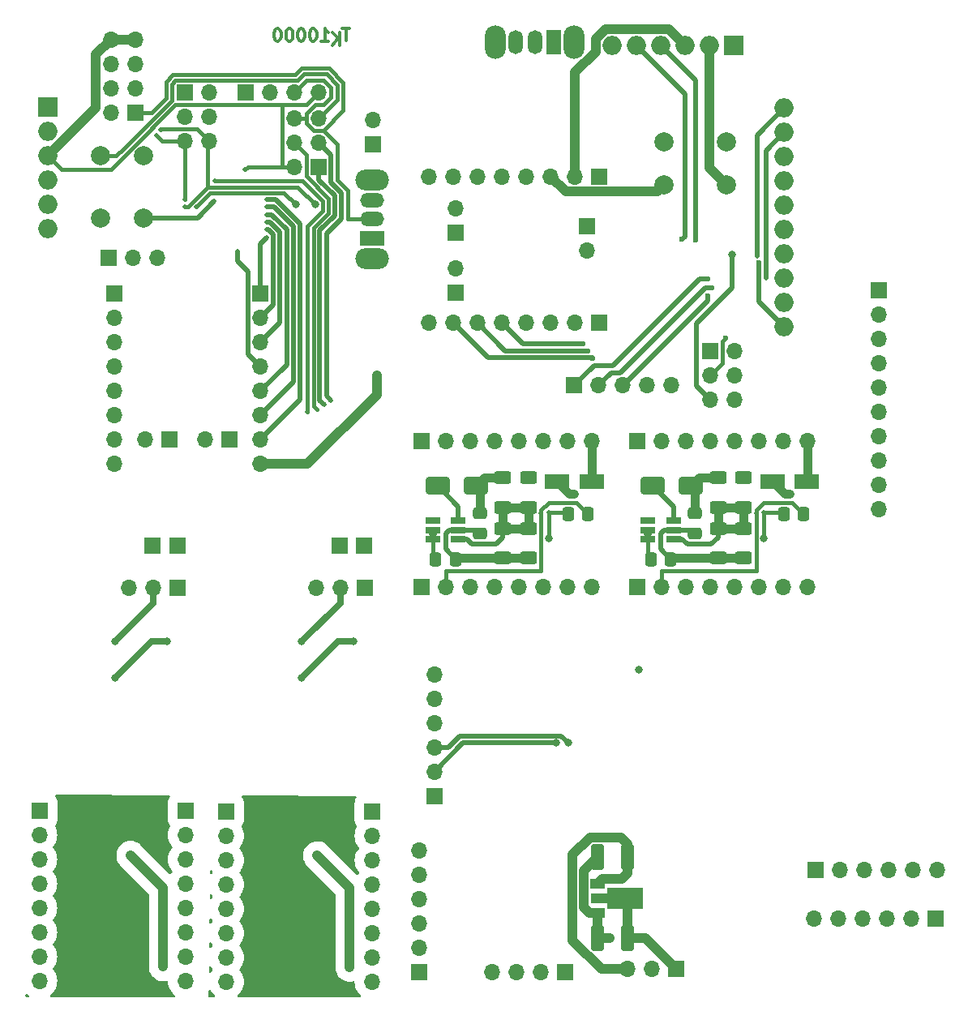
<source format=gbr>
%TF.GenerationSoftware,KiCad,Pcbnew,7.0.8*%
%TF.CreationDate,2024-03-05T23:25:32+02:00*%
%TF.ProjectId,JLC4_RoboChalangeBoards,4a4c4334-5f52-46f6-926f-4368616c616e,rev?*%
%TF.SameCoordinates,Original*%
%TF.FileFunction,Copper,L2,Bot*%
%TF.FilePolarity,Positive*%
%FSLAX46Y46*%
G04 Gerber Fmt 4.6, Leading zero omitted, Abs format (unit mm)*
G04 Created by KiCad (PCBNEW 7.0.8) date 2024-03-05 23:25:32*
%MOMM*%
%LPD*%
G01*
G04 APERTURE LIST*
G04 Aperture macros list*
%AMRoundRect*
0 Rectangle with rounded corners*
0 $1 Rounding radius*
0 $2 $3 $4 $5 $6 $7 $8 $9 X,Y pos of 4 corners*
0 Add a 4 corners polygon primitive as box body*
4,1,4,$2,$3,$4,$5,$6,$7,$8,$9,$2,$3,0*
0 Add four circle primitives for the rounded corners*
1,1,$1+$1,$2,$3*
1,1,$1+$1,$4,$5*
1,1,$1+$1,$6,$7*
1,1,$1+$1,$8,$9*
0 Add four rect primitives between the rounded corners*
20,1,$1+$1,$2,$3,$4,$5,0*
20,1,$1+$1,$4,$5,$6,$7,0*
20,1,$1+$1,$6,$7,$8,$9,0*
20,1,$1+$1,$8,$9,$2,$3,0*%
G04 Aperture macros list end*
%ADD10C,0.325000*%
%TA.AperFunction,NonConductor*%
%ADD11C,0.325000*%
%TD*%
%TA.AperFunction,ComponentPad*%
%ADD12R,1.700000X1.700000*%
%TD*%
%TA.AperFunction,ComponentPad*%
%ADD13O,1.700000X1.700000*%
%TD*%
%TA.AperFunction,ComponentPad*%
%ADD14C,2.000000*%
%TD*%
%TA.AperFunction,ComponentPad*%
%ADD15O,3.500000X2.200000*%
%TD*%
%TA.AperFunction,ComponentPad*%
%ADD16R,2.500000X1.500000*%
%TD*%
%TA.AperFunction,ComponentPad*%
%ADD17O,2.500000X1.500000*%
%TD*%
%TA.AperFunction,ComponentPad*%
%ADD18R,2.000000X2.000000*%
%TD*%
%TA.AperFunction,ComponentPad*%
%ADD19O,2.000000X2.000000*%
%TD*%
%TA.AperFunction,ComponentPad*%
%ADD20O,2.200000X3.500000*%
%TD*%
%TA.AperFunction,ComponentPad*%
%ADD21R,1.500000X2.500000*%
%TD*%
%TA.AperFunction,ComponentPad*%
%ADD22O,1.500000X2.500000*%
%TD*%
%TA.AperFunction,SMDPad,CuDef*%
%ADD23RoundRect,0.250000X-0.337500X-0.475000X0.337500X-0.475000X0.337500X0.475000X-0.337500X0.475000X0*%
%TD*%
%TA.AperFunction,SMDPad,CuDef*%
%ADD24RoundRect,0.250000X-0.625000X0.400000X-0.625000X-0.400000X0.625000X-0.400000X0.625000X0.400000X0*%
%TD*%
%TA.AperFunction,SMDPad,CuDef*%
%ADD25RoundRect,0.250000X-0.475000X0.337500X-0.475000X-0.337500X0.475000X-0.337500X0.475000X0.337500X0*%
%TD*%
%TA.AperFunction,SMDPad,CuDef*%
%ADD26RoundRect,0.250000X0.625000X-0.400000X0.625000X0.400000X-0.625000X0.400000X-0.625000X-0.400000X0*%
%TD*%
%TA.AperFunction,SMDPad,CuDef*%
%ADD27RoundRect,0.250000X-1.050000X-0.550000X1.050000X-0.550000X1.050000X0.550000X-1.050000X0.550000X0*%
%TD*%
%TA.AperFunction,SMDPad,CuDef*%
%ADD28R,1.560000X0.650000*%
%TD*%
%TA.AperFunction,SMDPad,CuDef*%
%ADD29RoundRect,0.250000X1.000000X0.650000X-1.000000X0.650000X-1.000000X-0.650000X1.000000X-0.650000X0*%
%TD*%
%TA.AperFunction,SMDPad,CuDef*%
%ADD30RoundRect,0.250000X0.412500X1.100000X-0.412500X1.100000X-0.412500X-1.100000X0.412500X-1.100000X0*%
%TD*%
%TA.AperFunction,SMDPad,CuDef*%
%ADD31R,1.500000X1.000000*%
%TD*%
%TA.AperFunction,SMDPad,CuDef*%
%ADD32R,1.800000X1.000000*%
%TD*%
%TA.AperFunction,SMDPad,CuDef*%
%ADD33R,3.700000X2.200000*%
%TD*%
%TA.AperFunction,ViaPad*%
%ADD34C,0.800000*%
%TD*%
%TA.AperFunction,ViaPad*%
%ADD35C,0.600000*%
%TD*%
%TA.AperFunction,ViaPad*%
%ADD36C,0.500000*%
%TD*%
%TA.AperFunction,ViaPad*%
%ADD37C,1.000000*%
%TD*%
%TA.AperFunction,Conductor*%
%ADD38C,0.500000*%
%TD*%
%TA.AperFunction,Conductor*%
%ADD39C,0.400000*%
%TD*%
%TA.AperFunction,Conductor*%
%ADD40C,0.900000*%
%TD*%
%TA.AperFunction,Conductor*%
%ADD41C,1.000000*%
%TD*%
%TA.AperFunction,Conductor*%
%ADD42C,0.700000*%
%TD*%
G04 APERTURE END LIST*
D10*
D11*
X73540178Y-50224504D02*
X72797321Y-50224504D01*
X73168749Y-51524504D02*
X73168749Y-50224504D01*
D10*
D11*
X72519226Y-52014504D02*
X72519226Y-50714504D01*
X71776369Y-52014504D02*
X72333511Y-51271647D01*
X71776369Y-50714504D02*
X72519226Y-51457361D01*
D10*
D11*
X70603510Y-51604504D02*
X71346367Y-51604504D01*
X70974939Y-51604504D02*
X70974939Y-50304504D01*
X70974939Y-50304504D02*
X71098748Y-50490219D01*
X71098748Y-50490219D02*
X71222558Y-50614028D01*
X71222558Y-50614028D02*
X71346367Y-50675933D01*
X69798749Y-50304504D02*
X69674939Y-50304504D01*
X69674939Y-50304504D02*
X69551130Y-50366409D01*
X69551130Y-50366409D02*
X69489225Y-50428314D01*
X69489225Y-50428314D02*
X69427320Y-50552123D01*
X69427320Y-50552123D02*
X69365415Y-50799742D01*
X69365415Y-50799742D02*
X69365415Y-51109266D01*
X69365415Y-51109266D02*
X69427320Y-51356885D01*
X69427320Y-51356885D02*
X69489225Y-51480695D01*
X69489225Y-51480695D02*
X69551130Y-51542600D01*
X69551130Y-51542600D02*
X69674939Y-51604504D01*
X69674939Y-51604504D02*
X69798749Y-51604504D01*
X69798749Y-51604504D02*
X69922558Y-51542600D01*
X69922558Y-51542600D02*
X69984463Y-51480695D01*
X69984463Y-51480695D02*
X70046368Y-51356885D01*
X70046368Y-51356885D02*
X70108272Y-51109266D01*
X70108272Y-51109266D02*
X70108272Y-50799742D01*
X70108272Y-50799742D02*
X70046368Y-50552123D01*
X70046368Y-50552123D02*
X69984463Y-50428314D01*
X69984463Y-50428314D02*
X69922558Y-50366409D01*
X69922558Y-50366409D02*
X69798749Y-50304504D01*
X68560654Y-50304504D02*
X68436844Y-50304504D01*
X68436844Y-50304504D02*
X68313035Y-50366409D01*
X68313035Y-50366409D02*
X68251130Y-50428314D01*
X68251130Y-50428314D02*
X68189225Y-50552123D01*
X68189225Y-50552123D02*
X68127320Y-50799742D01*
X68127320Y-50799742D02*
X68127320Y-51109266D01*
X68127320Y-51109266D02*
X68189225Y-51356885D01*
X68189225Y-51356885D02*
X68251130Y-51480695D01*
X68251130Y-51480695D02*
X68313035Y-51542600D01*
X68313035Y-51542600D02*
X68436844Y-51604504D01*
X68436844Y-51604504D02*
X68560654Y-51604504D01*
X68560654Y-51604504D02*
X68684463Y-51542600D01*
X68684463Y-51542600D02*
X68746368Y-51480695D01*
X68746368Y-51480695D02*
X68808273Y-51356885D01*
X68808273Y-51356885D02*
X68870177Y-51109266D01*
X68870177Y-51109266D02*
X68870177Y-50799742D01*
X68870177Y-50799742D02*
X68808273Y-50552123D01*
X68808273Y-50552123D02*
X68746368Y-50428314D01*
X68746368Y-50428314D02*
X68684463Y-50366409D01*
X68684463Y-50366409D02*
X68560654Y-50304504D01*
X67322559Y-50304504D02*
X67198749Y-50304504D01*
X67198749Y-50304504D02*
X67074940Y-50366409D01*
X67074940Y-50366409D02*
X67013035Y-50428314D01*
X67013035Y-50428314D02*
X66951130Y-50552123D01*
X66951130Y-50552123D02*
X66889225Y-50799742D01*
X66889225Y-50799742D02*
X66889225Y-51109266D01*
X66889225Y-51109266D02*
X66951130Y-51356885D01*
X66951130Y-51356885D02*
X67013035Y-51480695D01*
X67013035Y-51480695D02*
X67074940Y-51542600D01*
X67074940Y-51542600D02*
X67198749Y-51604504D01*
X67198749Y-51604504D02*
X67322559Y-51604504D01*
X67322559Y-51604504D02*
X67446368Y-51542600D01*
X67446368Y-51542600D02*
X67508273Y-51480695D01*
X67508273Y-51480695D02*
X67570178Y-51356885D01*
X67570178Y-51356885D02*
X67632082Y-51109266D01*
X67632082Y-51109266D02*
X67632082Y-50799742D01*
X67632082Y-50799742D02*
X67570178Y-50552123D01*
X67570178Y-50552123D02*
X67508273Y-50428314D01*
X67508273Y-50428314D02*
X67446368Y-50366409D01*
X67446368Y-50366409D02*
X67322559Y-50304504D01*
X66084464Y-50304504D02*
X65960654Y-50304504D01*
X65960654Y-50304504D02*
X65836845Y-50366409D01*
X65836845Y-50366409D02*
X65774940Y-50428314D01*
X65774940Y-50428314D02*
X65713035Y-50552123D01*
X65713035Y-50552123D02*
X65651130Y-50799742D01*
X65651130Y-50799742D02*
X65651130Y-51109266D01*
X65651130Y-51109266D02*
X65713035Y-51356885D01*
X65713035Y-51356885D02*
X65774940Y-51480695D01*
X65774940Y-51480695D02*
X65836845Y-51542600D01*
X65836845Y-51542600D02*
X65960654Y-51604504D01*
X65960654Y-51604504D02*
X66084464Y-51604504D01*
X66084464Y-51604504D02*
X66208273Y-51542600D01*
X66208273Y-51542600D02*
X66270178Y-51480695D01*
X66270178Y-51480695D02*
X66332083Y-51356885D01*
X66332083Y-51356885D02*
X66393987Y-51109266D01*
X66393987Y-51109266D02*
X66393987Y-50799742D01*
X66393987Y-50799742D02*
X66332083Y-50552123D01*
X66332083Y-50552123D02*
X66270178Y-50428314D01*
X66270178Y-50428314D02*
X66208273Y-50366409D01*
X66208273Y-50366409D02*
X66084464Y-50304504D01*
D12*
%TO.P,J3,1,Pin_1*%
%TO.N,N/C*%
X107660000Y-148495000D03*
D13*
%TO.P,J3,2,Pin_2*%
X105120000Y-148495000D03*
%TO.P,J3,3,Pin_3*%
X102580000Y-148495000D03*
%TD*%
D14*
%TO.P,SW2,1,1*%
%TO.N,N/C*%
X52010000Y-63590000D03*
X52010000Y-70090000D03*
%TO.P,SW2,2,2*%
X47510000Y-63590000D03*
X47510000Y-70090000D03*
%TD*%
D12*
%TO.P,J7,1,Pin_1*%
%TO.N,N/C*%
X84660000Y-77865000D03*
D13*
%TO.P,J7,2,Pin_2*%
X84660000Y-75325000D03*
%TD*%
D12*
%TO.P,J9,1,Pin_1*%
%TO.N,N/C*%
X99635000Y-81040000D03*
D13*
%TO.P,J9,2,Pin_2*%
X97095000Y-81040000D03*
%TO.P,J9,3,Pin_3*%
X94555000Y-81040000D03*
%TO.P,J9,4*%
X92015000Y-81040000D03*
%TO.P,J9,5*%
X89475000Y-81040000D03*
%TO.P,J9,6*%
X86935000Y-81040000D03*
%TO.P,J9,7*%
X84395000Y-81040000D03*
%TO.P,J9,8*%
X81855000Y-81040000D03*
%TD*%
D12*
%TO.P,J1,1,Pin_1*%
%TO.N,N/C*%
X98335000Y-70940000D03*
D13*
%TO.P,J1,2,Pin_2*%
X98335000Y-73480000D03*
%TD*%
D12*
%TO.P,J8,1,Pin_1*%
%TO.N,N/C*%
X48350000Y-74260000D03*
D13*
%TO.P,J8,2,Pin_2*%
X50890000Y-74260000D03*
%TO.P,J8,3,Pin_3*%
X53430000Y-74260000D03*
%TD*%
D12*
%TO.P,J2,1,Pin_1*%
%TO.N,N/C*%
X97017200Y-87522800D03*
D13*
%TO.P,J2,2,Pin_2*%
X99557200Y-87522800D03*
%TO.P,J2,3,Pin_3*%
X102097200Y-87522800D03*
%TO.P,J2,4,Pin_4*%
X104637200Y-87522800D03*
%TO.P,J2,5,Pin_5*%
X107177200Y-87522800D03*
%TD*%
D12*
%TO.P,J7,1,Pin_1*%
%TO.N,N/C*%
X60966186Y-93190228D03*
D13*
%TO.P,J7,2,Pin_2*%
X58426186Y-93190228D03*
%TD*%
D12*
%TO.P,SW1,1,A*%
%TO.N,N/C*%
X75118000Y-108685000D03*
D13*
%TO.P,SW1,2,B*%
X72578000Y-108685000D03*
%TO.P,SW1,3,C*%
X70038000Y-108685000D03*
%TD*%
D12*
%TO.P,J3,1,Pin_1*%
%TO.N,N/C*%
X53000000Y-104280000D03*
%TD*%
%TO.P,J20,1,Pin_1*%
%TO.N,N/C*%
X48948586Y-77952500D03*
D13*
%TO.P,J20,2,Pin_2*%
X48948586Y-80492500D03*
%TO.P,J20,3*%
X48948586Y-83032500D03*
%TO.P,J20,4*%
X48948586Y-85572500D03*
%TO.P,J20,5*%
X48948586Y-88112500D03*
%TO.P,J20,6*%
X48948586Y-90652500D03*
%TO.P,J20,7*%
X48948586Y-93192500D03*
%TO.P,J20,8*%
X48948586Y-95732500D03*
%TD*%
D12*
%TO.P,J2,1,Pin_1*%
%TO.N,N/C*%
X70320000Y-64730000D03*
D13*
%TO.P,J2,2,Pin_2*%
X67780000Y-64730000D03*
%TO.P,J2,3,Pin_3*%
X70320000Y-62190000D03*
%TO.P,J2,4,Pin_4*%
X67780000Y-62190000D03*
%TO.P,J2,5,Pin_5*%
X70320000Y-59650000D03*
%TO.P,J2,6,Pin_6*%
X67780000Y-59650000D03*
%TD*%
D12*
%TO.P,J2,1,Pin_1*%
%TO.N,N/C*%
X75098000Y-104265000D03*
%TD*%
D15*
%TO.P,SW1,*%
%TO.N,*%
X75890000Y-74290000D03*
X75890000Y-66090000D03*
D16*
%TO.P,SW1,1,A*%
%TO.N,N/C*%
X75890000Y-72190000D03*
D17*
%TO.P,SW1,2,B*%
X75890000Y-70190000D03*
%TO.P,SW1,3,C*%
X75890000Y-68190000D03*
%TD*%
D12*
%TO.P,SW1,1,A*%
%TO.N,N/C*%
X55620000Y-108700000D03*
D13*
%TO.P,SW1,2,B*%
X53080000Y-108700000D03*
%TO.P,SW1,3,C*%
X50540000Y-108700000D03*
%TD*%
D12*
%TO.P,J3,1,Pin_1*%
%TO.N,N/C*%
X111245000Y-83960000D03*
D13*
%TO.P,J3,2,Pin_2*%
X113785000Y-83960000D03*
%TO.P,J3,3,Pin_3*%
X111245000Y-86500000D03*
%TO.P,J3,4,Pin_4*%
X113785000Y-86500000D03*
%TO.P,J3,5,Pin_5*%
X111245000Y-89040000D03*
%TO.P,J3,6,Pin_6*%
X113785000Y-89040000D03*
%TD*%
D12*
%TO.P,J6,1,Pin_1*%
%TO.N,N/C*%
X84660000Y-71615000D03*
D13*
%TO.P,J6,2,Pin_2*%
X84660000Y-69075000D03*
%TD*%
D12*
%TO.P,J10,1,Pin_1*%
%TO.N,N/C*%
X62695126Y-56974874D03*
D13*
%TO.P,J10,2,Pin_2*%
X65235126Y-56974874D03*
%TO.P,J10,3,Pin_3*%
X67775126Y-56974874D03*
%TO.P,J10,4,Pin_4*%
X70315126Y-56974874D03*
%TD*%
D12*
%TO.P,J4,1,Pin_1*%
%TO.N,N/C*%
X80840000Y-148785000D03*
D13*
%TO.P,J4,2,Pin_2*%
X80840000Y-146245000D03*
%TO.P,J4,3,Pin_3*%
X80840000Y-143705000D03*
%TO.P,J4,4,Pin_4*%
X80840000Y-141165000D03*
%TO.P,J4,5,Pin_5*%
X80840000Y-138625000D03*
%TO.P,J4,6,Pin_6*%
X80840000Y-136085000D03*
%TD*%
D12*
%TO.P,J21,1,Pin_1*%
%TO.N,N/C*%
X64213586Y-77967500D03*
D13*
%TO.P,J21,2,Pin_2*%
X64213586Y-80507500D03*
%TO.P,J21,3,Pin_3*%
X64213586Y-83047500D03*
%TO.P,J21,4*%
X64213586Y-85587500D03*
%TO.P,J21,5*%
X64213586Y-88127500D03*
%TO.P,J21,6*%
X64213586Y-90667500D03*
%TO.P,J21,7*%
X64213586Y-93207500D03*
%TO.P,J21,8*%
X64213586Y-95747500D03*
%TD*%
D18*
%TO.P,J5,1,Pin_1*%
%TO.N,N/C*%
X42040000Y-58460000D03*
D19*
%TO.P,J5,2,Pin_2*%
X42040000Y-61000000D03*
%TO.P,J5,3,Pin_3*%
X42040000Y-63540000D03*
%TO.P,J5,4,Pin_4*%
X42040000Y-66080000D03*
%TO.P,J5,5,Pin_5*%
X42040000Y-68620000D03*
%TO.P,J5,6,Pin_6*%
X42040000Y-71160000D03*
%TD*%
D12*
%TO.P,REF\u002A\u002A,1*%
%TO.N,N/C*%
X82432500Y-130425000D03*
D13*
%TO.P,REF\u002A\u002A,2*%
X82432500Y-127885000D03*
%TO.P,REF\u002A\u002A,3*%
X82432500Y-125345000D03*
%TO.P,REF\u002A\u002A,4*%
X82432500Y-122805000D03*
%TO.P,REF\u002A\u002A,5*%
X82432500Y-120265000D03*
%TO.P,REF\u002A\u002A,6*%
X82432500Y-117725000D03*
%TD*%
D12*
%TO.P,J2,1,Pin_1*%
%TO.N,N/C*%
X55600000Y-104280000D03*
%TD*%
D20*
%TO.P,SW2,*%
%TO.N,*%
X96985000Y-51740000D03*
X88785000Y-51740000D03*
D21*
%TO.P,SW2,1,A*%
%TO.N,N/C*%
X94885000Y-51740000D03*
D22*
%TO.P,SW2,2,B*%
X92885000Y-51740000D03*
%TO.P,SW2,3,C*%
X90885000Y-51740000D03*
%TD*%
D12*
%TO.P,J2,1,Pin_1*%
%TO.N,N/C*%
X96030000Y-148815000D03*
D13*
%TO.P,J2,2,Pin_2*%
X93490000Y-148815000D03*
%TO.P,J2,3,Pin_3*%
X90950000Y-148815000D03*
%TO.P,J2,4,Pin_4*%
X88410000Y-148815000D03*
%TD*%
D19*
%TO.P,J5,1,Pin_1*%
%TO.N,N/C*%
X118935000Y-58590000D03*
%TO.P,J5,2,Pin_2*%
X118935000Y-61130000D03*
%TO.P,J5,3,Pin_3*%
X118935000Y-63670000D03*
%TO.P,J5,4,Pin_4*%
X118935000Y-66210000D03*
%TO.P,J5,5,Pin_5*%
X118935000Y-68750000D03*
%TO.P,J5,6,Pin_6*%
X118935000Y-71290000D03*
%TO.P,J5,7,Pin_7*%
X118935000Y-73830000D03*
%TO.P,J5,8,Pin_8*%
X118935000Y-76370000D03*
%TO.P,J5,9,Pin_9*%
X118935000Y-78910000D03*
%TO.P,J5,10,Pin_10*%
X118935000Y-81450000D03*
%TD*%
D12*
%TO.P,J3,1,Pin_1*%
%TO.N,N/C*%
X72498000Y-104265000D03*
%TD*%
%TO.P,J8,1,Pin_1*%
%TO.N,N/C*%
X99650000Y-65775000D03*
D13*
%TO.P,J8,2,Pin_2*%
X97110000Y-65775000D03*
%TO.P,J8,3*%
X94570000Y-65775000D03*
%TO.P,J8,4*%
X92030000Y-65775000D03*
%TO.P,J8,5*%
X89490000Y-65775000D03*
%TO.P,J8,6*%
X86950000Y-65775000D03*
%TO.P,J8,7*%
X84410000Y-65775000D03*
%TO.P,J8,8*%
X81870000Y-65775000D03*
%TD*%
D12*
%TO.P,J4,1,Pin_1*%
%TO.N,N/C*%
X56345126Y-56974874D03*
D13*
%TO.P,J4,2,Pin_2*%
X58885126Y-56974874D03*
%TO.P,J4,3,Pin_3*%
X56345126Y-59514874D03*
%TO.P,J4,4,Pin_4*%
X58885126Y-59514874D03*
%TO.P,J4,5,Pin_5*%
X56345126Y-62054874D03*
%TO.P,J4,6,Pin_6*%
X58885126Y-62054874D03*
%TD*%
D18*
%TO.P,J4,1,Pin_1*%
%TO.N,N/C*%
X113655000Y-52060000D03*
D19*
%TO.P,J4,2,Pin_2*%
X111115000Y-52060000D03*
%TO.P,J4,3,Pin_3*%
X108575000Y-52060000D03*
%TO.P,J4,4,Pin_4*%
X106035000Y-52060000D03*
%TO.P,J4,5,Pin_5*%
X103495000Y-52060000D03*
%TO.P,J4,6,Pin_6*%
X100955000Y-52060000D03*
%TD*%
D12*
%TO.P,J6,1,Pin_1*%
%TO.N,N/C*%
X54716186Y-93190228D03*
D13*
%TO.P,J6,2,Pin_2*%
X52176186Y-93190228D03*
%TD*%
D14*
%TO.P,SW1,1,1*%
%TO.N,N/C*%
X106387200Y-62122800D03*
X112887200Y-62122800D03*
%TO.P,SW1,2,2*%
X106387200Y-66622800D03*
X112887200Y-66622800D03*
%TD*%
D12*
%TO.P,J9,1,Pin_1*%
%TO.N,N/C*%
X51145000Y-59070000D03*
D13*
%TO.P,J9,2,Pin_2*%
X48605000Y-59070000D03*
%TO.P,J9,3,Pin_3*%
X51145000Y-56530000D03*
%TO.P,J9,4,Pin_4*%
X48605000Y-56530000D03*
%TO.P,J9,5,Pin_5*%
X51145000Y-53990000D03*
%TO.P,J9,6,Pin_6*%
X48605000Y-53990000D03*
%TO.P,J9,7,Pin_7*%
X51145000Y-51450000D03*
%TO.P,J9,8,Pin_8*%
X48605000Y-51450000D03*
%TD*%
D12*
%TO.P,J1,1,Pin_1*%
%TO.N,N/C*%
X76030000Y-62370000D03*
D13*
%TO.P,J1,2,Pin_2*%
X76030000Y-59830000D03*
%TD*%
D23*
%TO.P,C4,1*%
%TO.N,N/C*%
X96392500Y-100980000D03*
%TO.P,C4,2*%
X98467500Y-100980000D03*
%TD*%
D12*
%TO.P,J1,1,Pin_1*%
%TO.N,N/C*%
X41172400Y-131974000D03*
D13*
%TO.P,J1,2,Pin_2*%
X41172400Y-134514000D03*
%TO.P,J1,3,Pin_3*%
X41172400Y-137054000D03*
%TO.P,J1,4,Pin_4*%
X41172400Y-139594000D03*
%TO.P,J1,5,Pin_5*%
X41172400Y-142134000D03*
%TO.P,J1,6,Pin_6*%
X41172400Y-144674000D03*
%TO.P,J1,7,Pin_7*%
X41172400Y-147214000D03*
%TO.P,J1,8,Pin_8*%
X41172400Y-149754000D03*
%TD*%
D24*
%TO.P,R2,1*%
%TO.N,N/C*%
X112016000Y-102490000D03*
%TO.P,R2,2*%
X112016000Y-105590000D03*
%TD*%
D12*
%TO.P,J1,1,Pin_1*%
%TO.N,N/C*%
X60660000Y-132030000D03*
D13*
%TO.P,J1,2,Pin_2*%
X60660000Y-134570000D03*
%TO.P,J1,3,Pin_3*%
X60660000Y-137110000D03*
%TO.P,J1,4,Pin_4*%
X60660000Y-139650000D03*
%TO.P,J1,5,Pin_5*%
X60660000Y-142190000D03*
%TO.P,J1,6,Pin_6*%
X60660000Y-144730000D03*
%TO.P,J1,7,Pin_7*%
X60660000Y-147270000D03*
%TO.P,J1,8,Pin_8*%
X60660000Y-149810000D03*
%TD*%
D12*
%TO.P,J2,1,Pin_1*%
%TO.N,N/C*%
X103565000Y-93352600D03*
D13*
%TO.P,J2,2,Pin_2*%
X106105000Y-93352600D03*
%TO.P,J2,3,Pin_3*%
X108645000Y-93352600D03*
%TO.P,J2,4,Pin_4*%
X111185000Y-93352600D03*
%TO.P,J2,5,Pin_5*%
X113725000Y-93352600D03*
%TO.P,J2,6,Pin_6*%
X116265000Y-93352600D03*
%TO.P,J2,7,Pin_7*%
X118805000Y-93352600D03*
%TO.P,J2,8,Pin_8*%
X121345000Y-93352600D03*
%TD*%
D25*
%TO.P,C2,1*%
%TO.N,N/C*%
X87130000Y-100902500D03*
%TO.P,C2,2*%
X87130000Y-102977500D03*
%TD*%
D26*
%TO.P,R1,1*%
%TO.N,N/C*%
X112016000Y-100290000D03*
%TO.P,R1,2*%
X112016000Y-97190000D03*
%TD*%
D24*
%TO.P,R3,1*%
%TO.N,N/C*%
X114716000Y-102490000D03*
%TO.P,R3,2*%
X114716000Y-105590000D03*
%TD*%
D27*
%TO.P,C3,1*%
%TO.N,N/C*%
X117716000Y-97590000D03*
%TO.P,C3,2*%
X121316000Y-97590000D03*
%TD*%
D23*
%TO.P,C1,1*%
%TO.N,N/C*%
X105016100Y-105695200D03*
%TO.P,C1,2*%
X107091100Y-105695200D03*
%TD*%
D28*
%TO.P,U1,1,SW*%
%TO.N,N/C*%
X84917600Y-101697200D03*
%TO.P,U1,2,GND*%
X84917600Y-102647200D03*
%TO.P,U1,3,FB*%
X84917600Y-103597200D03*
%TO.P,U1,4,EN*%
X82217600Y-103597200D03*
%TO.P,U1,5,IN*%
X82217600Y-102647200D03*
%TO.P,U1,6,NC*%
X82217600Y-101697200D03*
%TD*%
D12*
%TO.P,J1,1,Pin_1*%
%TO.N,N/C*%
X122210000Y-138130000D03*
D13*
%TO.P,J1,2,Pin_2*%
X124750000Y-138130000D03*
%TO.P,J1,3,Pin_3*%
X127290000Y-138130000D03*
%TO.P,J1,4,Pin_4*%
X129830000Y-138130000D03*
%TO.P,J1,5,Pin_5*%
X132370000Y-138130000D03*
%TO.P,J1,6,Pin_6*%
X134910000Y-138130000D03*
%TD*%
D23*
%TO.P,C4,1*%
%TO.N,N/C*%
X118878500Y-100980000D03*
%TO.P,C4,2*%
X120953500Y-100980000D03*
%TD*%
D24*
%TO.P,R4,1*%
%TO.N,N/C*%
X92230000Y-97190000D03*
%TO.P,R4,2*%
X92230000Y-100290000D03*
%TD*%
D12*
%TO.P,J1,1,Pin_1*%
%TO.N,N/C*%
X103550000Y-108617600D03*
D13*
%TO.P,J1,2,Pin_2*%
X106090000Y-108617600D03*
%TO.P,J1,3,Pin_3*%
X108630000Y-108617600D03*
%TO.P,J1,4,Pin_4*%
X111170000Y-108617600D03*
%TO.P,J1,5,Pin_5*%
X113710000Y-108617600D03*
%TO.P,J1,6,Pin_6*%
X116250000Y-108617600D03*
%TO.P,J1,7,Pin_7*%
X118790000Y-108617600D03*
%TO.P,J1,8,Pin_8*%
X121330000Y-108617600D03*
%TD*%
D24*
%TO.P,R3,1*%
%TO.N,N/C*%
X92230000Y-102490000D03*
%TO.P,R3,2*%
X92230000Y-105590000D03*
%TD*%
D29*
%TO.P,D1,1,K*%
%TO.N,N/C*%
X109216000Y-98040000D03*
%TO.P,D1,2,A*%
X105216000Y-98040000D03*
%TD*%
D12*
%TO.P,J1,1,Pin_1*%
%TO.N,N/C*%
X134730000Y-143190000D03*
D13*
%TO.P,J1,2,Pin_2*%
X132190000Y-143190000D03*
%TO.P,J1,3,Pin_3*%
X129650000Y-143190000D03*
%TO.P,J1,4,Pin_4*%
X127110000Y-143190000D03*
%TO.P,J1,5,Pin_5*%
X124570000Y-143190000D03*
%TO.P,J1,6,Pin_6*%
X122030000Y-143190000D03*
%TD*%
D28*
%TO.P,U1,1,SW*%
%TO.N,N/C*%
X107403600Y-101697200D03*
%TO.P,U1,2,GND*%
X107403600Y-102647200D03*
%TO.P,U1,3,FB*%
X107403600Y-103597200D03*
%TO.P,U1,4,EN*%
X104703600Y-103597200D03*
%TO.P,U1,5,IN*%
X104703600Y-102647200D03*
%TO.P,U1,6,NC*%
X104703600Y-101697200D03*
%TD*%
D12*
%TO.P,J1,1,Pin_1*%
%TO.N,N/C*%
X81064000Y-108617600D03*
D13*
%TO.P,J1,2,Pin_2*%
X83604000Y-108617600D03*
%TO.P,J1,3,Pin_3*%
X86144000Y-108617600D03*
%TO.P,J1,4,Pin_4*%
X88684000Y-108617600D03*
%TO.P,J1,5,Pin_5*%
X91224000Y-108617600D03*
%TO.P,J1,6,Pin_6*%
X93764000Y-108617600D03*
%TO.P,J1,7,Pin_7*%
X96304000Y-108617600D03*
%TO.P,J1,8,Pin_8*%
X98844000Y-108617600D03*
%TD*%
D26*
%TO.P,R1,1*%
%TO.N,N/C*%
X89530000Y-100290000D03*
%TO.P,R1,2*%
X89530000Y-97190000D03*
%TD*%
D27*
%TO.P,C3,1*%
%TO.N,N/C*%
X95230000Y-97590000D03*
%TO.P,C3,2*%
X98830000Y-97590000D03*
%TD*%
D30*
%TO.P,C5,1*%
%TO.N,N/C*%
X102582500Y-145265000D03*
%TO.P,C5,2*%
X99457500Y-145265000D03*
%TD*%
D29*
%TO.P,D1,1,K*%
%TO.N,N/C*%
X86730000Y-98040000D03*
%TO.P,D1,2,A*%
X82730000Y-98040000D03*
%TD*%
D24*
%TO.P,R4,1*%
%TO.N,N/C*%
X114716000Y-97190000D03*
%TO.P,R4,2*%
X114716000Y-100290000D03*
%TD*%
D12*
%TO.P,J2,1,Pin_1*%
%TO.N,N/C*%
X56437400Y-131989000D03*
D13*
%TO.P,J2,2,Pin_2*%
X56437400Y-134529000D03*
%TO.P,J2,3,Pin_3*%
X56437400Y-137069000D03*
%TO.P,J2,4,Pin_4*%
X56437400Y-139609000D03*
%TO.P,J2,5,Pin_5*%
X56437400Y-142149000D03*
%TO.P,J2,6,Pin_6*%
X56437400Y-144689000D03*
%TO.P,J2,7,Pin_7*%
X56437400Y-147229000D03*
%TO.P,J2,8,Pin_8*%
X56437400Y-149769000D03*
%TD*%
D31*
%TO.P,U1,1,GND*%
%TO.N,N/C*%
X99460000Y-142605000D03*
D32*
%TO.P,U1,2,VO*%
X99610000Y-141105000D03*
D33*
X102360000Y-141105000D03*
D31*
%TO.P,U1,3,VI*%
X99460000Y-139605000D03*
%TD*%
D23*
%TO.P,C1,1*%
%TO.N,N/C*%
X82530100Y-105695200D03*
%TO.P,C1,2*%
X84605100Y-105695200D03*
%TD*%
D12*
%TO.P,J2,1,Pin_1*%
%TO.N,N/C*%
X81079000Y-93352600D03*
D13*
%TO.P,J2,2,Pin_2*%
X83619000Y-93352600D03*
%TO.P,J2,3,Pin_3*%
X86159000Y-93352600D03*
%TO.P,J2,4,Pin_4*%
X88699000Y-93352600D03*
%TO.P,J2,5,Pin_5*%
X91239000Y-93352600D03*
%TO.P,J2,6,Pin_6*%
X93779000Y-93352600D03*
%TO.P,J2,7,Pin_7*%
X96319000Y-93352600D03*
%TO.P,J2,8,Pin_8*%
X98859000Y-93352600D03*
%TD*%
D30*
%TO.P,C3,1*%
%TO.N,N/C*%
X102592500Y-136775000D03*
%TO.P,C3,2*%
X99467500Y-136775000D03*
%TD*%
D24*
%TO.P,R2,1*%
%TO.N,N/C*%
X89530000Y-102490000D03*
%TO.P,R2,2*%
X89530000Y-105590000D03*
%TD*%
D12*
%TO.P,J2,1,Pin_1*%
%TO.N,N/C*%
X75925000Y-132045000D03*
D13*
%TO.P,J2,2,Pin_2*%
X75925000Y-134585000D03*
%TO.P,J2,3,Pin_3*%
X75925000Y-137125000D03*
%TO.P,J2,4,Pin_4*%
X75925000Y-139665000D03*
%TO.P,J2,5,Pin_5*%
X75925000Y-142205000D03*
%TO.P,J2,6,Pin_6*%
X75925000Y-144745000D03*
%TO.P,J2,7,Pin_7*%
X75925000Y-147285000D03*
%TO.P,J2,8,Pin_8*%
X75925000Y-149825000D03*
%TD*%
D12*
%TO.P,J1,1,Pin_1*%
%TO.N,N/C*%
X128783750Y-77590000D03*
D13*
%TO.P,J1,2,Pin_2*%
X128783750Y-80130000D03*
%TO.P,J1,3,Pin_3*%
X128783750Y-82670000D03*
%TO.P,J1,4,Pin_4*%
X128783750Y-85210000D03*
%TO.P,J1,5,Pin_5*%
X128783750Y-87750000D03*
%TO.P,J1,6,Pin_6*%
X128783750Y-90290000D03*
%TO.P,J1,7,Pin_7*%
X128783750Y-92830000D03*
%TO.P,J1,8,Pin_8*%
X128783750Y-95370000D03*
%TO.P,J1,9,Pin_9*%
X128783750Y-97910000D03*
%TO.P,J1,10,Pin_10*%
X128783750Y-100450000D03*
%TD*%
D25*
%TO.P,C2,1*%
%TO.N,N/C*%
X109616000Y-100902500D03*
%TO.P,C2,2*%
X109616000Y-102977500D03*
%TD*%
D34*
%TO.N,*%
X89070000Y-105610000D03*
D35*
X110935000Y-76390000D03*
D34*
X68548000Y-114285000D03*
D36*
X56340000Y-68897801D03*
D35*
X109685000Y-72340000D03*
D34*
X95145000Y-124895000D03*
X67930000Y-68680000D03*
D36*
X53845626Y-60809530D03*
X116816000Y-100790000D03*
X53345126Y-61454874D03*
D34*
X54480000Y-114290000D03*
X111556000Y-105610000D03*
D36*
X64874400Y-71297801D03*
D34*
X113487200Y-73922800D03*
X105216000Y-98040000D03*
D36*
X64874400Y-68097800D03*
D35*
X111385000Y-77340000D03*
D34*
X73567600Y-148308500D03*
D36*
X70880000Y-89580000D03*
D34*
X94330000Y-103520000D03*
D36*
X59507701Y-66198300D03*
D34*
X54080000Y-148252500D03*
X116816000Y-103520000D03*
D36*
X64874400Y-72097799D03*
D34*
X87130000Y-100940000D03*
D37*
X76370000Y-86490000D03*
D35*
X97947200Y-83182800D03*
D34*
X109616000Y-100940000D03*
X73978000Y-114275000D03*
X100700500Y-145255000D03*
X103745000Y-117245000D03*
D36*
X64874400Y-69697799D03*
X64874400Y-70497800D03*
X116016000Y-100890000D03*
X93530000Y-100890000D03*
X62607201Y-65030600D03*
X59407200Y-68322800D03*
X57554266Y-68914266D03*
X71580000Y-89100000D03*
D34*
X119496000Y-98850000D03*
X82230000Y-103090000D03*
X68548000Y-118105000D03*
D36*
X117017200Y-76372800D03*
D34*
X50700000Y-136600000D03*
X82730000Y-98040000D03*
D35*
X110935000Y-78229300D03*
D34*
X70187600Y-136656000D03*
X104716000Y-103090000D03*
D35*
X98430233Y-83922300D03*
D34*
X49050000Y-114300000D03*
X69940000Y-68680000D03*
D35*
X108285000Y-72290000D03*
D36*
X116087947Y-74022800D03*
X94330000Y-100790000D03*
D34*
X97010000Y-98850000D03*
D36*
X56340000Y-68097800D03*
X61807200Y-73565000D03*
D35*
X112835000Y-82640000D03*
D34*
X49050000Y-118120000D03*
D36*
X70180000Y-90080000D03*
X64874400Y-68897801D03*
D35*
X98944217Y-84682800D03*
X116267200Y-74772800D03*
D34*
X96395000Y-124895000D03*
D36*
X69130000Y-90300000D03*
%TD*%
D38*
%TO.N,*%
X83850000Y-125345000D02*
X82432500Y-125345000D01*
X106053600Y-103002800D02*
X106053600Y-104657700D01*
D39*
X69070000Y-59133880D02*
X69973880Y-58230000D01*
D38*
X71130000Y-88650000D02*
X71130000Y-71680000D01*
D40*
X89070000Y-105610000D02*
X89050000Y-105590000D01*
D39*
X70840776Y-60944656D02*
X72270000Y-62373880D01*
X82217600Y-103597200D02*
X82217600Y-105382700D01*
D38*
X109285700Y-102647200D02*
X109616000Y-102977500D01*
D39*
X104716000Y-103090000D02*
X104703600Y-103102400D01*
D40*
X84710300Y-105590000D02*
X84605100Y-105695200D01*
D41*
X54080000Y-139980000D02*
X54080000Y-148252500D01*
X99457500Y-142602500D02*
X99457500Y-145265000D01*
D39*
X62607201Y-65030600D02*
X62907801Y-64730000D01*
X53845626Y-60809530D02*
X53865156Y-60790000D01*
D41*
X102582500Y-145265000D02*
X104430000Y-145265000D01*
D40*
X111576000Y-105590000D02*
X111556000Y-105610000D01*
X111556000Y-105610000D02*
X111536000Y-105590000D01*
D39*
X70548750Y-60944656D02*
X70791464Y-60944656D01*
X72288750Y-57710000D02*
X70348750Y-59650000D01*
D41*
X98010000Y-142025000D02*
X98587500Y-142602500D01*
D38*
X62913586Y-75693586D02*
X61807200Y-74587200D01*
X113487200Y-77352800D02*
X109777200Y-81062800D01*
X82730000Y-98040000D02*
X84917600Y-100227600D01*
D39*
X71340000Y-69538528D02*
X71340000Y-68015686D01*
X69780000Y-89680000D02*
X69780000Y-71098528D01*
D38*
X71990000Y-67746448D02*
X70320000Y-66076448D01*
D40*
X89090000Y-105590000D02*
X89070000Y-105610000D01*
D41*
X99255000Y-52715000D02*
X97110000Y-54860000D01*
X99460000Y-139605000D02*
X99960000Y-139105000D01*
D39*
X72288750Y-56160000D02*
X72288750Y-57710000D01*
X69780000Y-71098528D02*
X71340000Y-69538528D01*
D42*
X73978000Y-114275000D02*
X72378000Y-114275000D01*
D38*
X108585000Y-57150000D02*
X103495000Y-52060000D01*
D39*
X104703600Y-103040000D02*
X104703600Y-103077600D01*
X50610000Y-63020000D02*
X50610000Y-63010100D01*
X70837435Y-58230000D02*
X71567200Y-57500235D01*
X55080912Y-55124874D02*
X54387200Y-55818586D01*
X116816000Y-99790000D02*
X119763500Y-99790000D01*
D38*
X108816000Y-104140000D02*
X111316000Y-104140000D01*
D39*
X82217600Y-103077600D02*
X82230000Y-103090000D01*
D38*
X85787200Y-103597200D02*
X86330000Y-104140000D01*
D41*
X100250836Y-50360000D02*
X99255000Y-51355836D01*
D39*
X104703600Y-102647200D02*
X104703600Y-103040000D01*
D38*
X71620000Y-63490000D02*
X70320000Y-62190000D01*
D41*
X99467500Y-136775000D02*
X98010000Y-138232500D01*
D39*
X52853044Y-59070000D02*
X51145000Y-59070000D01*
D38*
X110935000Y-78740000D02*
X102152200Y-87522800D01*
D39*
X59293672Y-66847800D02*
X58702200Y-66847800D01*
D41*
X98661496Y-134725000D02*
X96810000Y-136576496D01*
D39*
X104703600Y-105382700D02*
X105016100Y-105695200D01*
D41*
X98010000Y-138232500D02*
X98010000Y-142025000D01*
X102582500Y-141327500D02*
X102360000Y-141105000D01*
D39*
X97277500Y-99790000D02*
X98467500Y-100980000D01*
X69070000Y-60166120D02*
X69848536Y-60944656D01*
X82217600Y-103102400D02*
X82217600Y-103597200D01*
D38*
X116267200Y-78782200D02*
X118935000Y-81450000D01*
X109777200Y-87572200D02*
X111245000Y-89040000D01*
D41*
X96810000Y-145473504D02*
X99831496Y-148495000D01*
X69172500Y-95747500D02*
X76370000Y-88550000D01*
X102582500Y-145265000D02*
X102582500Y-141327500D01*
D39*
X56345126Y-62054874D02*
X56345126Y-68092674D01*
X68120126Y-55724874D02*
X68817200Y-55027800D01*
D41*
X47055000Y-58525000D02*
X47055000Y-53000000D01*
D42*
X52880000Y-114290000D02*
X49050000Y-118120000D01*
D38*
X109685000Y-72340000D02*
X109685000Y-55710000D01*
D39*
X56652199Y-68897801D02*
X56340000Y-68897801D01*
D42*
X54480000Y-114290000D02*
X52880000Y-114290000D01*
D40*
X121345000Y-93352600D02*
X121345000Y-97561000D01*
D39*
X116016000Y-100890000D02*
X116016000Y-106890000D01*
D38*
X98419733Y-83932800D02*
X89827800Y-83932800D01*
D41*
X87130000Y-98440000D02*
X86730000Y-98040000D01*
D39*
X72888750Y-58847370D02*
X72888750Y-55911472D01*
D38*
X109685000Y-55710000D02*
X106035000Y-52060000D01*
D41*
X48605000Y-51450000D02*
X51145000Y-51450000D01*
D38*
X65634202Y-68897801D02*
X64874400Y-68897801D01*
X107403600Y-100227600D02*
X107403600Y-101697200D01*
X65574400Y-71807849D02*
X65064352Y-71297801D01*
D40*
X92230000Y-100290000D02*
X92230000Y-102490000D01*
D38*
X57660000Y-70070000D02*
X52030000Y-70070000D01*
D39*
X53865156Y-60790000D02*
X57620252Y-60790000D01*
X47510000Y-63590000D02*
X49191472Y-63590000D01*
X58702200Y-66847800D02*
X56652199Y-68897801D01*
X116816000Y-100790000D02*
X116816000Y-103520000D01*
X56345126Y-68092674D02*
X56340000Y-68097800D01*
X94330000Y-100790000D02*
X96202500Y-100790000D01*
X54387200Y-57535844D02*
X52853044Y-59070000D01*
D40*
X95230000Y-97590000D02*
X96490000Y-98850000D01*
D39*
X50610000Y-63010100D02*
X55370100Y-58250000D01*
X82217600Y-102647200D02*
X82217600Y-103040000D01*
D38*
X89530000Y-103440000D02*
X89530000Y-102490000D01*
D39*
X118688500Y-100790000D02*
X118878500Y-100980000D01*
X70548750Y-60944656D02*
X70840776Y-60944656D01*
X68568672Y-54427800D02*
X67871598Y-55124874D01*
X69070000Y-59650000D02*
X69070000Y-60166120D01*
D38*
X110935000Y-78229300D02*
X110935000Y-78740000D01*
D40*
X112016000Y-105590000D02*
X114716000Y-105590000D01*
D38*
X68390000Y-89031086D02*
X68390000Y-70663649D01*
X89827800Y-83932800D02*
X86935000Y-81040000D01*
X70430000Y-89130000D02*
X70430000Y-71367766D01*
X117017200Y-76372800D02*
X117017200Y-63047800D01*
X88027300Y-84672300D02*
X84395000Y-81040000D01*
D41*
X76370000Y-88550000D02*
X76370000Y-86490000D01*
D38*
X83923200Y-102647200D02*
X83567600Y-103002800D01*
D40*
X89530000Y-100290000D02*
X89530000Y-102490000D01*
D39*
X67780000Y-59650000D02*
X69070000Y-59650000D01*
D38*
X71580000Y-89100000D02*
X71130000Y-88650000D01*
D39*
X55329440Y-55724874D02*
X68120126Y-55724874D01*
D38*
X86799700Y-102647200D02*
X87130000Y-102977500D01*
X116267200Y-74772800D02*
X116267200Y-78782200D01*
D40*
X89530000Y-105590000D02*
X89090000Y-105590000D01*
D41*
X94570000Y-65775000D02*
X96120000Y-67325000D01*
D40*
X87130000Y-100902500D02*
X87130000Y-98440000D01*
X96490000Y-98850000D02*
X97010000Y-98850000D01*
D41*
X97110000Y-54860000D02*
X97110000Y-65775000D01*
D39*
X71340000Y-68015686D02*
X69030000Y-65705686D01*
X58702200Y-62237800D02*
X58702200Y-66847800D01*
X106090000Y-106890000D02*
X106090000Y-108617600D01*
X68817200Y-55027800D02*
X71156550Y-55027800D01*
D38*
X111316000Y-104140000D02*
X112016000Y-103440000D01*
X91617800Y-83182800D02*
X89475000Y-81040000D01*
D39*
X54987200Y-56067114D02*
X55329440Y-55724874D01*
D38*
X85422500Y-124895000D02*
X95145000Y-124895000D01*
X85050000Y-124145000D02*
X83850000Y-125345000D01*
D39*
X83604000Y-106890000D02*
X83604000Y-108617600D01*
X54387200Y-55818586D02*
X54387200Y-57535844D01*
D38*
X67674400Y-87205600D02*
X67674400Y-70937999D01*
D40*
X114716000Y-100290000D02*
X114716000Y-102490000D01*
D38*
X70320000Y-66076448D02*
X70320000Y-64730000D01*
D39*
X70836550Y-55707800D02*
X69042200Y-55707800D01*
D38*
X64213586Y-90667500D02*
X64213586Y-90666414D01*
X64213586Y-72758613D02*
X64874400Y-72097799D01*
D41*
X99255000Y-51355836D02*
X99255000Y-52715000D01*
D38*
X107403600Y-103597200D02*
X108273200Y-103597200D01*
D40*
X109216000Y-98040000D02*
X110066000Y-97190000D01*
D41*
X109616000Y-98440000D02*
X109216000Y-98040000D01*
X108575000Y-52060000D02*
X106875000Y-50360000D01*
D40*
X111536000Y-105590000D02*
X107196300Y-105590000D01*
D39*
X72888750Y-55911472D02*
X71405078Y-54427800D01*
X62907801Y-64730000D02*
X67780000Y-64730000D01*
D42*
X72378000Y-114275000D02*
X68548000Y-118105000D01*
D39*
X57554266Y-68914266D02*
X57554266Y-68875734D01*
D38*
X86330000Y-104140000D02*
X88830000Y-104140000D01*
X72690000Y-67456498D02*
X71620000Y-66386498D01*
D39*
X68608300Y-66198300D02*
X59507701Y-66198300D01*
D41*
X111115000Y-64850600D02*
X112887200Y-66622800D01*
D40*
X112016000Y-100290000D02*
X112016000Y-102490000D01*
D39*
X57554266Y-68875734D02*
X58982200Y-67447800D01*
X43490000Y-64990000D02*
X48640000Y-64990000D01*
X50010000Y-62771472D02*
X50010000Y-62761572D01*
X69030000Y-63440000D02*
X67780000Y-62190000D01*
D38*
X62913586Y-84287500D02*
X62913586Y-77940000D01*
D39*
X93530000Y-100890000D02*
X93530000Y-106890000D01*
D38*
X116087947Y-61437053D02*
X118935000Y-58590000D01*
D39*
X94330000Y-99790000D02*
X97277500Y-99790000D01*
D38*
X108285000Y-72290000D02*
X108585000Y-71990000D01*
X111385000Y-77340000D02*
X110685000Y-77340000D01*
D39*
X69940000Y-68680000D02*
X68107800Y-66847800D01*
X71567200Y-56438450D02*
X70836550Y-55707800D01*
D40*
X117716000Y-97590000D02*
X118976000Y-98850000D01*
D39*
X50010000Y-62761572D02*
X54987200Y-57784372D01*
X82217600Y-105382700D02*
X82530100Y-105695200D01*
X53345126Y-61454874D02*
X53945126Y-62054874D01*
D40*
X114716000Y-100290000D02*
X112016000Y-100290000D01*
D38*
X84917600Y-103597200D02*
X85787200Y-103597200D01*
X108273200Y-103597200D02*
X108816000Y-104140000D01*
D39*
X66697800Y-67447800D02*
X67930000Y-68680000D01*
D38*
X52030000Y-70070000D02*
X52010000Y-70090000D01*
X65824151Y-68097800D02*
X64874400Y-68097800D01*
D40*
X109616000Y-100902500D02*
X109616000Y-98440000D01*
D39*
X42040000Y-63540000D02*
X43490000Y-64990000D01*
D38*
X83567600Y-104657700D02*
X84605100Y-105695200D01*
X64213586Y-90666414D02*
X67674400Y-87205600D01*
D40*
X112016000Y-105590000D02*
X111576000Y-105590000D01*
D41*
X101870000Y-134725000D02*
X98661496Y-134725000D01*
X111115000Y-52060000D02*
X111115000Y-64850600D01*
D40*
X89530000Y-105590000D02*
X92230000Y-105590000D01*
D38*
X66974400Y-85366686D02*
X66974400Y-71227949D01*
X64213586Y-93207500D02*
X68390000Y-89031086D01*
D39*
X69070000Y-59650000D02*
X69070000Y-59133880D01*
D40*
X121345000Y-97561000D02*
X121316000Y-97590000D01*
D39*
X54987200Y-57784372D02*
X54987200Y-56067114D01*
X69973880Y-58230000D02*
X70837435Y-58230000D01*
D42*
X68548000Y-114285000D02*
X72578000Y-110255000D01*
D41*
X96120000Y-67325000D02*
X105685000Y-67325000D01*
D39*
X93530000Y-100890000D02*
X93530000Y-100590000D01*
D38*
X84917600Y-102647200D02*
X83923200Y-102647200D01*
X64213586Y-88127500D02*
X66974400Y-85366686D01*
D41*
X99960000Y-139105000D02*
X101990000Y-139105000D01*
D38*
X64213586Y-83047500D02*
X66274400Y-80986686D01*
D39*
X112495000Y-82980000D02*
X112495000Y-85250000D01*
D38*
X84917600Y-100227600D02*
X84917600Y-101697200D01*
X64213586Y-77967500D02*
X64213586Y-72758613D01*
X98430233Y-83922300D02*
X98419733Y-83932800D01*
D40*
X89050000Y-105590000D02*
X84710300Y-105590000D01*
D38*
X102152200Y-87522800D02*
X102097200Y-87522800D01*
X66974400Y-71227949D02*
X65444250Y-69697799D01*
D39*
X69848536Y-60944656D02*
X70548750Y-60944656D01*
D42*
X53080000Y-110270000D02*
X53080000Y-108700000D01*
D38*
X68390000Y-70663649D02*
X65824151Y-68097800D01*
X64213586Y-80507500D02*
X65574400Y-79146686D01*
D40*
X107196300Y-105590000D02*
X107091100Y-105695200D01*
D39*
X116016000Y-100890000D02*
X116016000Y-100590000D01*
D38*
X82492500Y-127825000D02*
X85422500Y-124895000D01*
D39*
X66530000Y-58250000D02*
X67832074Y-58250000D01*
D40*
X118976000Y-98850000D02*
X119496000Y-98850000D01*
D38*
X106409200Y-102647200D02*
X106053600Y-103002800D01*
D41*
X99457500Y-145265000D02*
X100690500Y-145265000D01*
D39*
X71567200Y-57500235D02*
X71567200Y-56438450D01*
X73340000Y-67187260D02*
X73340000Y-70190000D01*
X48640000Y-64990000D02*
X50610000Y-63020000D01*
D38*
X112016000Y-103440000D02*
X112016000Y-102490000D01*
X106053600Y-104657700D02*
X107091100Y-105695200D01*
X95645000Y-124145000D02*
X85050000Y-124145000D01*
D39*
X53945126Y-62054874D02*
X56345126Y-62054874D01*
D38*
X65064352Y-71297801D02*
X64874400Y-71297801D01*
X71130000Y-71680000D02*
X72690000Y-70120000D01*
X61807200Y-74587200D02*
X61807200Y-73565000D01*
D41*
X104430000Y-145265000D02*
X107660000Y-148495000D01*
D38*
X116087947Y-74022800D02*
X116087947Y-61437053D01*
D39*
X119763500Y-99790000D02*
X120953500Y-100980000D01*
D41*
X99831496Y-148495000D02*
X102580000Y-148495000D01*
D38*
X98944217Y-84682800D02*
X98933717Y-84672300D01*
X71620000Y-66386498D02*
X71620000Y-63490000D01*
D40*
X98859000Y-97561000D02*
X98830000Y-97590000D01*
D38*
X108585000Y-71990000D02*
X108585000Y-57150000D01*
D39*
X116816000Y-100790000D02*
X118688500Y-100790000D01*
X69042200Y-55707800D02*
X67775126Y-56974874D01*
X70791464Y-60944656D02*
X72888750Y-58847370D01*
D38*
X96395000Y-124895000D02*
X95645000Y-124145000D01*
D39*
X66530000Y-64730000D02*
X66530000Y-58250000D01*
D41*
X102592500Y-138502500D02*
X102592500Y-136775000D01*
D39*
X112835000Y-82640000D02*
X112495000Y-82980000D01*
D38*
X97947200Y-83182800D02*
X91617800Y-83182800D01*
D41*
X99460000Y-145262500D02*
X99457500Y-145265000D01*
D39*
X116016000Y-106890000D02*
X106090000Y-106890000D01*
X55370100Y-58250000D02*
X69040000Y-58250000D01*
X112495000Y-85250000D02*
X111245000Y-86500000D01*
D41*
X50700000Y-136600000D02*
X54080000Y-139980000D01*
X102592500Y-136775000D02*
X102592500Y-135447500D01*
D38*
X110135000Y-76390000D02*
X101053487Y-85471513D01*
D41*
X100690500Y-145265000D02*
X100700500Y-145255000D01*
D39*
X71405078Y-54427800D02*
X68568672Y-54427800D01*
D40*
X89530000Y-102490000D02*
X92230000Y-102490000D01*
D39*
X69040000Y-58250000D02*
X70315126Y-56974874D01*
D38*
X107403600Y-102647200D02*
X106409200Y-102647200D01*
D39*
X116016000Y-100590000D02*
X116816000Y-99790000D01*
X58982200Y-67447800D02*
X66697800Y-67447800D01*
D38*
X107403600Y-102647200D02*
X109285700Y-102647200D01*
X101797544Y-86227456D02*
X100852544Y-86227456D01*
D39*
X69130000Y-70900000D02*
X70740000Y-69290000D01*
D41*
X102592500Y-135447500D02*
X101870000Y-134725000D01*
D38*
X99068487Y-85471513D02*
X97017200Y-87522800D01*
D39*
X82217600Y-103040000D02*
X82217600Y-103077600D01*
D38*
X110935000Y-76390000D02*
X110135000Y-76390000D01*
X105216000Y-98040000D02*
X107403600Y-100227600D01*
D39*
X67871598Y-55124874D02*
X55080912Y-55124874D01*
D38*
X72690000Y-70120000D02*
X72690000Y-67456498D01*
D40*
X110066000Y-97190000D02*
X112016000Y-97190000D01*
D38*
X83567600Y-103002800D02*
X83567600Y-104657700D01*
D41*
X106875000Y-50360000D02*
X100250836Y-50360000D01*
D38*
X109777200Y-81062800D02*
X109777200Y-87572200D01*
D42*
X72578000Y-110255000D02*
X72578000Y-108685000D01*
D38*
X67674400Y-70937999D02*
X65634202Y-68897801D01*
D39*
X58885126Y-62054874D02*
X58702200Y-62237800D01*
D41*
X64213586Y-95747500D02*
X69172500Y-95747500D01*
D39*
X104703600Y-103077600D02*
X104716000Y-103090000D01*
D38*
X71990000Y-69807767D02*
X71990000Y-67746448D01*
D41*
X73567600Y-140036000D02*
X73567600Y-148308500D01*
D38*
X88830000Y-104140000D02*
X89530000Y-103440000D01*
D39*
X70180000Y-90080000D02*
X69780000Y-89680000D01*
D41*
X47055000Y-53000000D02*
X48605000Y-51450000D01*
D39*
X69130000Y-90300000D02*
X69130000Y-70900000D01*
D38*
X101053487Y-85471513D02*
X99068487Y-85471513D01*
D39*
X104703600Y-103597200D02*
X104703600Y-105382700D01*
D40*
X87580000Y-97190000D02*
X89530000Y-97190000D01*
D39*
X104703600Y-103102400D02*
X104703600Y-103597200D01*
X70740000Y-68330000D02*
X68608300Y-66198300D01*
D40*
X92230000Y-100290000D02*
X89530000Y-100290000D01*
D38*
X113487200Y-73922800D02*
X113487200Y-77352800D01*
X110685000Y-77340000D02*
X101797544Y-86227456D01*
D41*
X96810000Y-136576496D02*
X96810000Y-145473504D01*
D39*
X67780000Y-64730000D02*
X66530000Y-64730000D01*
D40*
X112016000Y-102490000D02*
X114716000Y-102490000D01*
D39*
X93530000Y-100590000D02*
X94330000Y-99790000D01*
X57620252Y-60790000D02*
X58885126Y-62054874D01*
D41*
X70187600Y-136656000D02*
X73567600Y-140036000D01*
D38*
X65254301Y-70497800D02*
X64874400Y-70497800D01*
D40*
X86730000Y-98040000D02*
X87580000Y-97190000D01*
D39*
X72270000Y-66117260D02*
X73340000Y-67187260D01*
X73340000Y-70190000D02*
X75890000Y-70190000D01*
D38*
X62913586Y-77940000D02*
X62913586Y-75693586D01*
D42*
X49050000Y-114300000D02*
X53080000Y-110270000D01*
D39*
X82230000Y-103090000D02*
X82217600Y-103102400D01*
X93530000Y-106890000D02*
X83604000Y-106890000D01*
D38*
X66274400Y-71517899D02*
X65254301Y-70497800D01*
X100852544Y-86227456D02*
X99557200Y-87522800D01*
X65444250Y-69697799D02*
X64874400Y-69697799D01*
D39*
X69030000Y-65705686D02*
X69030000Y-63440000D01*
D38*
X98933717Y-84672300D02*
X88027300Y-84672300D01*
D39*
X96202500Y-100790000D02*
X96392500Y-100980000D01*
X49191472Y-63590000D02*
X50010000Y-62771472D01*
D38*
X64213586Y-85587500D02*
X62913586Y-84287500D01*
D39*
X94330000Y-100790000D02*
X94330000Y-103520000D01*
D38*
X65574400Y-79146686D02*
X65574400Y-71807849D01*
D41*
X101990000Y-139105000D02*
X102592500Y-138502500D01*
D39*
X71156550Y-55027800D02*
X72288750Y-56160000D01*
D38*
X70430000Y-71367766D02*
X71990000Y-69807767D01*
X70880000Y-89580000D02*
X70430000Y-89130000D01*
X66274400Y-80986686D02*
X66274400Y-71517899D01*
D41*
X99460000Y-142605000D02*
X99460000Y-145262500D01*
X98587500Y-142602500D02*
X99457500Y-142602500D01*
D39*
X70740000Y-69290000D02*
X70740000Y-68330000D01*
D40*
X98859000Y-93352600D02*
X98859000Y-97561000D01*
D38*
X117017200Y-63047800D02*
X118935000Y-61130000D01*
D39*
X72270000Y-62373880D02*
X72270000Y-66117260D01*
X70348750Y-59650000D02*
X70320000Y-59650000D01*
D38*
X59407200Y-68322800D02*
X57660000Y-70070000D01*
D39*
X68107800Y-66847800D02*
X59293672Y-66847800D01*
D41*
X42040000Y-63540000D02*
X47055000Y-58525000D01*
X105685000Y-67325000D02*
X106387200Y-66622800D01*
D38*
X84917600Y-102647200D02*
X86799700Y-102647200D01*
%TD*%
%TA.AperFunction,NonConductor*%
G36*
X54672605Y-130358061D02*
G01*
X54739565Y-130378002D01*
X54785116Y-130430981D01*
X54794794Y-130500177D01*
X54768229Y-130560418D01*
X54747703Y-130585591D01*
X54653489Y-130765954D01*
X54608732Y-130922376D01*
X54601806Y-130946584D01*
X54597514Y-130961583D01*
X54597513Y-130961586D01*
X54586900Y-131080965D01*
X54586900Y-131080966D01*
X54586901Y-132897032D01*
X54586901Y-132897033D01*
X54597513Y-133016415D01*
X54653489Y-133212045D01*
X54653490Y-133212048D01*
X54653491Y-133212049D01*
X54747702Y-133392407D01*
X54747704Y-133392409D01*
X54815951Y-133476108D01*
X54843060Y-133540505D01*
X54831051Y-133609334D01*
X54828682Y-133613895D01*
X54749826Y-133758309D01*
X54657321Y-134006326D01*
X54601058Y-134264965D01*
X54601057Y-134264972D01*
X54582173Y-134528998D01*
X54582173Y-134529001D01*
X54601057Y-134793027D01*
X54601058Y-134793034D01*
X54657321Y-135051673D01*
X54749826Y-135299690D01*
X54749828Y-135299694D01*
X54876680Y-135532005D01*
X54876685Y-135532013D01*
X55020920Y-135724690D01*
X55045337Y-135790155D01*
X55030485Y-135858427D01*
X55020920Y-135873310D01*
X54876685Y-136065986D01*
X54876680Y-136065994D01*
X54749828Y-136298305D01*
X54749826Y-136298309D01*
X54657321Y-136546326D01*
X54601058Y-136804965D01*
X54601057Y-136804972D01*
X54582173Y-137068998D01*
X54582173Y-137069001D01*
X54601057Y-137333027D01*
X54601058Y-137333034D01*
X54657321Y-137591673D01*
X54749826Y-137839690D01*
X54749828Y-137839694D01*
X54876680Y-138072005D01*
X54876685Y-138072013D01*
X55020920Y-138264690D01*
X55045337Y-138330155D01*
X55030485Y-138398427D01*
X55020920Y-138413310D01*
X54941607Y-138519260D01*
X54885674Y-138561132D01*
X54815982Y-138566116D01*
X54754659Y-138532631D01*
X51717129Y-135495100D01*
X51654825Y-135442332D01*
X51574894Y-135374634D01*
X51361274Y-135247344D01*
X51361272Y-135247343D01*
X51361270Y-135247342D01*
X51129623Y-135156953D01*
X51129616Y-135156951D01*
X50886234Y-135105918D01*
X50637782Y-135095643D01*
X50637781Y-135095643D01*
X50637779Y-135095643D01*
X50452709Y-135118711D01*
X50391018Y-135126401D01*
X50152684Y-135197356D01*
X49929291Y-135306566D01*
X49929284Y-135306570D01*
X49726901Y-135451069D01*
X49551069Y-135626901D01*
X49406570Y-135829284D01*
X49406566Y-135829291D01*
X49297356Y-136052684D01*
X49226401Y-136291018D01*
X49195643Y-136537779D01*
X49205918Y-136786234D01*
X49256951Y-137029616D01*
X49256953Y-137029623D01*
X49347342Y-137261270D01*
X49347344Y-137261274D01*
X49474634Y-137474894D01*
X49542332Y-137554825D01*
X49595100Y-137617129D01*
X52543181Y-140565209D01*
X52576666Y-140626532D01*
X52579500Y-140652890D01*
X52579500Y-148314565D01*
X52594890Y-148500313D01*
X52594892Y-148500324D01*
X52655936Y-148741381D01*
X52755826Y-148969106D01*
X52891833Y-149177282D01*
X52891836Y-149177285D01*
X53060256Y-149360238D01*
X53256491Y-149512974D01*
X53475190Y-149631328D01*
X53710386Y-149712071D01*
X53955665Y-149753000D01*
X54204335Y-149753000D01*
X54442212Y-149713306D01*
X54511576Y-149721688D01*
X54565398Y-149766241D01*
X54586304Y-149826768D01*
X54601057Y-150033027D01*
X54601058Y-150033034D01*
X54657321Y-150291673D01*
X54749826Y-150539690D01*
X54749828Y-150539694D01*
X54876680Y-150772005D01*
X54876685Y-150772013D01*
X55035306Y-150983907D01*
X55035322Y-150983925D01*
X55222474Y-151171077D01*
X55222492Y-151171093D01*
X55282793Y-151216233D01*
X55324665Y-151272166D01*
X55329649Y-151341857D01*
X55296165Y-151403181D01*
X55234842Y-151436666D01*
X55208483Y-151439500D01*
X42381280Y-151439500D01*
X42314241Y-151419815D01*
X42268486Y-151367011D01*
X42258542Y-151297853D01*
X42287567Y-151234297D01*
X42306970Y-151216233D01*
X42387307Y-151156093D01*
X42387307Y-151156092D01*
X42387315Y-151156087D01*
X42574487Y-150968915D01*
X42733116Y-150757011D01*
X42859974Y-150524689D01*
X42952477Y-150276678D01*
X43008743Y-150018026D01*
X43026554Y-149769000D01*
X43027627Y-149754001D01*
X43027627Y-149753998D01*
X43018853Y-149631327D01*
X43008743Y-149489974D01*
X42952477Y-149231322D01*
X42859974Y-148983311D01*
X42852217Y-148969106D01*
X42733119Y-148750994D01*
X42733114Y-148750986D01*
X42588879Y-148558310D01*
X42564462Y-148492846D01*
X42579314Y-148424573D01*
X42588879Y-148409690D01*
X42721887Y-148232011D01*
X42733116Y-148217011D01*
X42859974Y-147984689D01*
X42952477Y-147736678D01*
X43008743Y-147478026D01*
X43027627Y-147214000D01*
X43008743Y-146949974D01*
X42952477Y-146691322D01*
X42859974Y-146443311D01*
X42733116Y-146210989D01*
X42588879Y-146018310D01*
X42564462Y-145952846D01*
X42579314Y-145884573D01*
X42588879Y-145869690D01*
X42721887Y-145692011D01*
X42733116Y-145677011D01*
X42859974Y-145444689D01*
X42952477Y-145196678D01*
X43008743Y-144938026D01*
X43027627Y-144674000D01*
X43008743Y-144409974D01*
X42952477Y-144151322D01*
X42859974Y-143903311D01*
X42733116Y-143670989D01*
X42588879Y-143478310D01*
X42564462Y-143412846D01*
X42579314Y-143344573D01*
X42588879Y-143329690D01*
X42721887Y-143152011D01*
X42733116Y-143137011D01*
X42859974Y-142904689D01*
X42952477Y-142656678D01*
X43008743Y-142398026D01*
X43027627Y-142134000D01*
X43008743Y-141869974D01*
X42952477Y-141611322D01*
X42859974Y-141363311D01*
X42733116Y-141130989D01*
X42588879Y-140938310D01*
X42564462Y-140872846D01*
X42579314Y-140804573D01*
X42588879Y-140789690D01*
X42650663Y-140707155D01*
X42733116Y-140597011D01*
X42859974Y-140364689D01*
X42952477Y-140116678D01*
X43008743Y-139858026D01*
X43027627Y-139594000D01*
X43008743Y-139329974D01*
X42952477Y-139071322D01*
X42859974Y-138823311D01*
X42733116Y-138590989D01*
X42733114Y-138590986D01*
X42588879Y-138398310D01*
X42564462Y-138332846D01*
X42579314Y-138264573D01*
X42588879Y-138249690D01*
X42650663Y-138167155D01*
X42733116Y-138057011D01*
X42859974Y-137824689D01*
X42952477Y-137576678D01*
X43008743Y-137318026D01*
X43027627Y-137054000D01*
X43025883Y-137029623D01*
X43024925Y-137016230D01*
X43008743Y-136789974D01*
X42952477Y-136531322D01*
X42859974Y-136283311D01*
X42741309Y-136065994D01*
X42733119Y-136050994D01*
X42733114Y-136050986D01*
X42588879Y-135858310D01*
X42564462Y-135792846D01*
X42579314Y-135724573D01*
X42588879Y-135709690D01*
X42650854Y-135626901D01*
X42733116Y-135517011D01*
X42859974Y-135284689D01*
X42952477Y-135036678D01*
X43008743Y-134778026D01*
X43027627Y-134514000D01*
X43008743Y-134249974D01*
X42952477Y-133991322D01*
X42859974Y-133743311D01*
X42786816Y-133609334D01*
X42781117Y-133598896D01*
X42766265Y-133530624D01*
X42790682Y-133465159D01*
X42793826Y-133461134D01*
X42862098Y-133377407D01*
X42956309Y-133197049D01*
X43012286Y-133001418D01*
X43022900Y-132882037D01*
X43022899Y-131065964D01*
X43012286Y-130946582D01*
X42956309Y-130750951D01*
X42862098Y-130570593D01*
X42816964Y-130515241D01*
X42789856Y-130450846D01*
X42801865Y-130382016D01*
X42849181Y-130330605D01*
X42913538Y-130312883D01*
X54672605Y-130358061D01*
G37*
%TD.AperFunction*%
%TA.AperFunction,NonConductor*%
G36*
X39905703Y-151104752D02*
G01*
X39912181Y-151110784D01*
X39957474Y-151156077D01*
X39957492Y-151156093D01*
X40037830Y-151216233D01*
X40079702Y-151272166D01*
X40084686Y-151341858D01*
X40051201Y-151403181D01*
X39989878Y-151436666D01*
X39963520Y-151439500D01*
X39824500Y-151439500D01*
X39757461Y-151419815D01*
X39711706Y-151367011D01*
X39700500Y-151315500D01*
X39700500Y-151198465D01*
X39720185Y-151131426D01*
X39772989Y-151085671D01*
X39842147Y-151075727D01*
X39905703Y-151104752D01*
G37*
%TD.AperFunction*%
%TA.AperFunction,NonConductor*%
G36*
X59168250Y-138209406D02*
G01*
X59185311Y-138227930D01*
X59243521Y-138305691D01*
X59267937Y-138371155D01*
X59253085Y-138439428D01*
X59243521Y-138454310D01*
X59183612Y-138534340D01*
X59127678Y-138576212D01*
X59057987Y-138581196D01*
X58996663Y-138547712D01*
X58963178Y-138486389D01*
X58960351Y-138458703D01*
X58962051Y-138300900D01*
X58982455Y-138234080D01*
X59035749Y-138188897D01*
X59105011Y-138179698D01*
X59168250Y-138209406D01*
G37*
%TD.AperFunction*%
%TA.AperFunction,NonConductor*%
G36*
X59141288Y-140713389D02*
G01*
X59158345Y-140731908D01*
X59210000Y-140800911D01*
X59243521Y-140845690D01*
X59267937Y-140911155D01*
X59253085Y-140979428D01*
X59243520Y-140994310D01*
X59155861Y-141111409D01*
X59099928Y-141153281D01*
X59030236Y-141158265D01*
X58968913Y-141124780D01*
X58935428Y-141063457D01*
X58932602Y-141035777D01*
X58935088Y-140804883D01*
X58955494Y-140738063D01*
X59008787Y-140692879D01*
X59078049Y-140683681D01*
X59141288Y-140713389D01*
G37*
%TD.AperFunction*%
%TA.AperFunction,NonConductor*%
G36*
X59114325Y-143217371D02*
G01*
X59131385Y-143235894D01*
X59243520Y-143385690D01*
X59267937Y-143451154D01*
X59253085Y-143519427D01*
X59243520Y-143534310D01*
X59128112Y-143688477D01*
X59072179Y-143730349D01*
X59002487Y-143735333D01*
X58941164Y-143701848D01*
X58907679Y-143640525D01*
X58904853Y-143612843D01*
X58908126Y-143308864D01*
X58928530Y-143242045D01*
X58981824Y-143196862D01*
X59051086Y-143187663D01*
X59114325Y-143217371D01*
G37*
%TD.AperFunction*%
%TA.AperFunction,NonConductor*%
G36*
X59087363Y-145721353D02*
G01*
X59104418Y-145739870D01*
X59203617Y-145872384D01*
X59243521Y-145925690D01*
X59267937Y-145991155D01*
X59253085Y-146059427D01*
X59243520Y-146074310D01*
X59100363Y-146265546D01*
X59044430Y-146307418D01*
X58974738Y-146312402D01*
X58913415Y-146278917D01*
X58879930Y-146217594D01*
X58877103Y-146189909D01*
X58881163Y-145812847D01*
X58901568Y-145746027D01*
X58954862Y-145700844D01*
X59024124Y-145691645D01*
X59087363Y-145721353D01*
G37*
%TD.AperFunction*%
%TA.AperFunction,NonConductor*%
G36*
X59060487Y-148217315D02*
G01*
X59087112Y-148250720D01*
X59099284Y-148273011D01*
X59099285Y-148273013D01*
X59243520Y-148465690D01*
X59267937Y-148531155D01*
X59253085Y-148599427D01*
X59243520Y-148614310D01*
X59099285Y-148806986D01*
X59099280Y-148806994D01*
X59082061Y-148838528D01*
X59032654Y-148887933D01*
X58964381Y-148902783D01*
X58898917Y-148878364D01*
X58857047Y-148822430D01*
X58849238Y-148777771D01*
X58854287Y-148308809D01*
X58874692Y-148241989D01*
X58927986Y-148196805D01*
X58997248Y-148187607D01*
X59060487Y-148217315D01*
G37*
%TD.AperFunction*%
%TA.AperFunction,NonConductor*%
G36*
X74160205Y-130414061D02*
G01*
X74227165Y-130434002D01*
X74272716Y-130486981D01*
X74282394Y-130556177D01*
X74255829Y-130616418D01*
X74235303Y-130641591D01*
X74141089Y-130821954D01*
X74096332Y-130978376D01*
X74089406Y-131002584D01*
X74085114Y-131017583D01*
X74085113Y-131017586D01*
X74074500Y-131136965D01*
X74074500Y-131136966D01*
X74074501Y-132953032D01*
X74074501Y-132953033D01*
X74085113Y-133072415D01*
X74141089Y-133268045D01*
X74141090Y-133268048D01*
X74141091Y-133268049D01*
X74235302Y-133448407D01*
X74235304Y-133448409D01*
X74303551Y-133532108D01*
X74330660Y-133596505D01*
X74318651Y-133665334D01*
X74316282Y-133669895D01*
X74237426Y-133814309D01*
X74144921Y-134062326D01*
X74088658Y-134320965D01*
X74088657Y-134320972D01*
X74069773Y-134584998D01*
X74069773Y-134585001D01*
X74088657Y-134849027D01*
X74088658Y-134849034D01*
X74144921Y-135107673D01*
X74237426Y-135355690D01*
X74237428Y-135355694D01*
X74364280Y-135588005D01*
X74364285Y-135588013D01*
X74508520Y-135780690D01*
X74532937Y-135846155D01*
X74518085Y-135914427D01*
X74508520Y-135929310D01*
X74364285Y-136121986D01*
X74364280Y-136121994D01*
X74237428Y-136354305D01*
X74237426Y-136354309D01*
X74144921Y-136602326D01*
X74088658Y-136860965D01*
X74088657Y-136860972D01*
X74069773Y-137124998D01*
X74069773Y-137125001D01*
X74088657Y-137389027D01*
X74088658Y-137389034D01*
X74144921Y-137647673D01*
X74237426Y-137895690D01*
X74237428Y-137895694D01*
X74364280Y-138128005D01*
X74364285Y-138128013D01*
X74508520Y-138320690D01*
X74532937Y-138386155D01*
X74518085Y-138454427D01*
X74508520Y-138469310D01*
X74429207Y-138575260D01*
X74373274Y-138617132D01*
X74303582Y-138622116D01*
X74242259Y-138588631D01*
X71204729Y-135551100D01*
X71142425Y-135498332D01*
X71062494Y-135430634D01*
X70848874Y-135303344D01*
X70848872Y-135303343D01*
X70848870Y-135303342D01*
X70617223Y-135212953D01*
X70617216Y-135212951D01*
X70373834Y-135161918D01*
X70125382Y-135151643D01*
X70125381Y-135151643D01*
X70125379Y-135151643D01*
X69940309Y-135174711D01*
X69878618Y-135182401D01*
X69640284Y-135253356D01*
X69416891Y-135362566D01*
X69416884Y-135362570D01*
X69214501Y-135507069D01*
X69038669Y-135682901D01*
X68894170Y-135885284D01*
X68894166Y-135885291D01*
X68784956Y-136108684D01*
X68714001Y-136347018D01*
X68683243Y-136593779D01*
X68693518Y-136842234D01*
X68744551Y-137085616D01*
X68744553Y-137085623D01*
X68834942Y-137317270D01*
X68834944Y-137317274D01*
X68962234Y-137530894D01*
X69029932Y-137610825D01*
X69082700Y-137673129D01*
X72030781Y-140621209D01*
X72064266Y-140682532D01*
X72067100Y-140708890D01*
X72067100Y-148370565D01*
X72082490Y-148556313D01*
X72082492Y-148556324D01*
X72143536Y-148797381D01*
X72243426Y-149025106D01*
X72379433Y-149233282D01*
X72379436Y-149233285D01*
X72547856Y-149416238D01*
X72744091Y-149568974D01*
X72962790Y-149687328D01*
X73197986Y-149768071D01*
X73443265Y-149809000D01*
X73691935Y-149809000D01*
X73929812Y-149769306D01*
X73999176Y-149777688D01*
X74052998Y-149822241D01*
X74073904Y-149882768D01*
X74088657Y-150089027D01*
X74088658Y-150089034D01*
X74144921Y-150347673D01*
X74237426Y-150595690D01*
X74237428Y-150595694D01*
X74364280Y-150828005D01*
X74364285Y-150828013D01*
X74522906Y-151039907D01*
X74522922Y-151039925D01*
X74710816Y-151227819D01*
X74744301Y-151289142D01*
X74739317Y-151358834D01*
X74697445Y-151414767D01*
X74631981Y-151439184D01*
X74623135Y-151439500D01*
X61943687Y-151439500D01*
X61876648Y-151419815D01*
X61830893Y-151367011D01*
X61820949Y-151297853D01*
X61849974Y-151234297D01*
X61869378Y-151216232D01*
X61869809Y-151215909D01*
X61874915Y-151212087D01*
X62062087Y-151024915D01*
X62220716Y-150813011D01*
X62347574Y-150580689D01*
X62440077Y-150332678D01*
X62496343Y-150074026D01*
X62514154Y-149825000D01*
X62515227Y-149810001D01*
X62515227Y-149809998D01*
X62506453Y-149687327D01*
X62496343Y-149545974D01*
X62440077Y-149287322D01*
X62347574Y-149039311D01*
X62339817Y-149025106D01*
X62220719Y-148806994D01*
X62220714Y-148806986D01*
X62076479Y-148614310D01*
X62052062Y-148548846D01*
X62066914Y-148480573D01*
X62076479Y-148465690D01*
X62209487Y-148288011D01*
X62220716Y-148273011D01*
X62347574Y-148040689D01*
X62440077Y-147792678D01*
X62496343Y-147534026D01*
X62515227Y-147270000D01*
X62496343Y-147005974D01*
X62440077Y-146747322D01*
X62347574Y-146499311D01*
X62314978Y-146439617D01*
X62220719Y-146266994D01*
X62220714Y-146266986D01*
X62076479Y-146074310D01*
X62052062Y-146008846D01*
X62066914Y-145940573D01*
X62076479Y-145925690D01*
X62210972Y-145746027D01*
X62220716Y-145733011D01*
X62347574Y-145500689D01*
X62440077Y-145252678D01*
X62496343Y-144994026D01*
X62515227Y-144730000D01*
X62496343Y-144465974D01*
X62440077Y-144207322D01*
X62347574Y-143959311D01*
X62220716Y-143726989D01*
X62201896Y-143701848D01*
X62076479Y-143534310D01*
X62052062Y-143468846D01*
X62066914Y-143400573D01*
X62076479Y-143385690D01*
X62138263Y-143303155D01*
X62220716Y-143193011D01*
X62347574Y-142960689D01*
X62440077Y-142712678D01*
X62496343Y-142454026D01*
X62515227Y-142190000D01*
X62496343Y-141925974D01*
X62440077Y-141667322D01*
X62347574Y-141419311D01*
X62220716Y-141186989D01*
X62164138Y-141111409D01*
X62076479Y-140994310D01*
X62052062Y-140928846D01*
X62066914Y-140860573D01*
X62076479Y-140845690D01*
X62157047Y-140738063D01*
X62220716Y-140653011D01*
X62347574Y-140420689D01*
X62440077Y-140172678D01*
X62496343Y-139914026D01*
X62515227Y-139650000D01*
X62496343Y-139385974D01*
X62440077Y-139127322D01*
X62347574Y-138879311D01*
X62220716Y-138646989D01*
X62220714Y-138646986D01*
X62076479Y-138454310D01*
X62052062Y-138388846D01*
X62066914Y-138320573D01*
X62076479Y-138305690D01*
X62148556Y-138209406D01*
X62220716Y-138113011D01*
X62347574Y-137880689D01*
X62440077Y-137632678D01*
X62496343Y-137374026D01*
X62515227Y-137110000D01*
X62513483Y-137085623D01*
X62512525Y-137072230D01*
X62496343Y-136845974D01*
X62440077Y-136587322D01*
X62347574Y-136339311D01*
X62228909Y-136121994D01*
X62220719Y-136106994D01*
X62220714Y-136106986D01*
X62076479Y-135914310D01*
X62052062Y-135848846D01*
X62066914Y-135780573D01*
X62076479Y-135765690D01*
X62138454Y-135682901D01*
X62220716Y-135573011D01*
X62347574Y-135340689D01*
X62440077Y-135092678D01*
X62496343Y-134834026D01*
X62515227Y-134570000D01*
X62496343Y-134305974D01*
X62440077Y-134047322D01*
X62347574Y-133799311D01*
X62274416Y-133665334D01*
X62268717Y-133654896D01*
X62253865Y-133586624D01*
X62278282Y-133521159D01*
X62281426Y-133517134D01*
X62349698Y-133433407D01*
X62443909Y-133253049D01*
X62499886Y-133057418D01*
X62510500Y-132938037D01*
X62510499Y-131121964D01*
X62499886Y-131002582D01*
X62443909Y-130806951D01*
X62349698Y-130626593D01*
X62304565Y-130571241D01*
X62277456Y-130506848D01*
X62289465Y-130438018D01*
X62336780Y-130386607D01*
X62401139Y-130368884D01*
X74160205Y-130414061D01*
G37*
%TD.AperFunction*%
%TA.AperFunction,NonConductor*%
G36*
X59033666Y-150708196D02*
G01*
X59060291Y-150741602D01*
X59099280Y-150813005D01*
X59099285Y-150813013D01*
X59257906Y-151024907D01*
X59257922Y-151024925D01*
X59445074Y-151212077D01*
X59445081Y-151212083D01*
X59445085Y-151212087D01*
X59445088Y-151212089D01*
X59445089Y-151212090D01*
X59450622Y-151216232D01*
X59492494Y-151272165D01*
X59497480Y-151341856D01*
X59463995Y-151403180D01*
X59402673Y-151436666D01*
X59376313Y-151439500D01*
X58945920Y-151439500D01*
X58878881Y-151419815D01*
X58833126Y-151367011D01*
X58821927Y-151314165D01*
X58825041Y-151024925D01*
X58827466Y-150799691D01*
X58847871Y-150732870D01*
X58901165Y-150687687D01*
X58970426Y-150678488D01*
X59033666Y-150708196D01*
G37*
%TD.AperFunction*%
M02*

</source>
